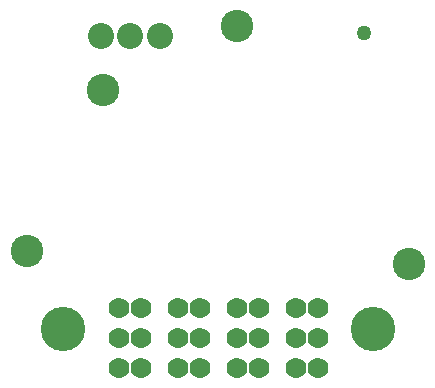
<source format=gbs>
G04*
G04 #@! TF.GenerationSoftware,Altium Limited,Altium Designer,21.6.4 (81)*
G04*
G04 Layer_Color=16711935*
%FSLAX25Y25*%
%MOIN*%
G70*
G04*
G04 #@! TF.SameCoordinates,FE6B2B4F-3443-4407-9834-7DAE5A72E9B6*
G04*
G04*
G04 #@! TF.FilePolarity,Negative*
G04*
G01*
G75*
%ADD38C,0.08674*%
%ADD39C,0.14816*%
%ADD40C,0.06942*%
%ADD41C,0.10800*%
%ADD42C,0.05000*%
D38*
X57157Y119000D02*
D03*
X67000D02*
D03*
X76842D02*
D03*
D39*
X148138Y21213D02*
D03*
X44674D02*
D03*
D40*
X70579Y8220D02*
D03*
X63178D02*
D03*
X70579Y18221D02*
D03*
X63178D02*
D03*
X70579Y28220D02*
D03*
X63178D02*
D03*
X129634Y8220D02*
D03*
X122233D02*
D03*
X129634Y18221D02*
D03*
X122233D02*
D03*
X129634Y28220D02*
D03*
X122233D02*
D03*
X109949Y8220D02*
D03*
X102548D02*
D03*
X109949Y18221D02*
D03*
X102548D02*
D03*
X109949Y28220D02*
D03*
X102548D02*
D03*
X90264Y8220D02*
D03*
X82863D02*
D03*
X90264Y18221D02*
D03*
X82863D02*
D03*
X90264Y28220D02*
D03*
X82863D02*
D03*
D41*
X102500Y122500D02*
D03*
X58000Y101000D02*
D03*
X160000Y43100D02*
D03*
X32500Y47500D02*
D03*
D42*
X145000Y120000D02*
D03*
M02*

</source>
